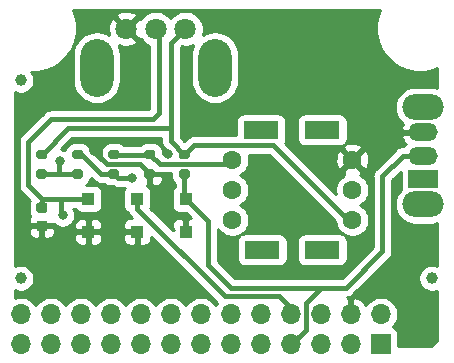
<source format=gbr>
G04 #@! TF.GenerationSoftware,KiCad,Pcbnew,(5.1.9)-1*
G04 #@! TF.CreationDate,2021-03-08T16:55:06+09:00*
G04 #@! TF.ProjectId,chassis,63686173-7369-4732-9e6b-696361645f70,rev?*
G04 #@! TF.SameCoordinates,Original*
G04 #@! TF.FileFunction,Copper,L1,Top*
G04 #@! TF.FilePolarity,Positive*
%FSLAX46Y46*%
G04 Gerber Fmt 4.6, Leading zero omitted, Abs format (unit mm)*
G04 Created by KiCad (PCBNEW (5.1.9)-1) date 2021-03-08 16:55:06*
%MOMM*%
%LPD*%
G01*
G04 APERTURE LIST*
G04 #@! TA.AperFunction,ComponentPad*
%ADD10O,2.800000X4.900000*%
G04 #@! TD*
G04 #@! TA.AperFunction,ComponentPad*
%ADD11C,1.800000*%
G04 #@! TD*
G04 #@! TA.AperFunction,SMDPad,CuDef*
%ADD12C,1.000000*%
G04 #@! TD*
G04 #@! TA.AperFunction,ComponentPad*
%ADD13R,3.000000X1.500000*%
G04 #@! TD*
G04 #@! TA.AperFunction,ComponentPad*
%ADD14C,1.600000*%
G04 #@! TD*
G04 #@! TA.AperFunction,SMDPad,CuDef*
%ADD15R,1.100000X1.100000*%
G04 #@! TD*
G04 #@! TA.AperFunction,ComponentPad*
%ADD16O,1.700000X1.700000*%
G04 #@! TD*
G04 #@! TA.AperFunction,ComponentPad*
%ADD17R,1.700000X1.700000*%
G04 #@! TD*
G04 #@! TA.AperFunction,ComponentPad*
%ADD18R,2.500000X1.500000*%
G04 #@! TD*
G04 #@! TA.AperFunction,ComponentPad*
%ADD19O,2.500000X1.500000*%
G04 #@! TD*
G04 #@! TA.AperFunction,ComponentPad*
%ADD20O,3.500000X2.200000*%
G04 #@! TD*
G04 #@! TA.AperFunction,ViaPad*
%ADD21C,0.800000*%
G04 #@! TD*
G04 #@! TA.AperFunction,Conductor*
%ADD22C,0.400000*%
G04 #@! TD*
G04 #@! TA.AperFunction,Conductor*
%ADD23C,0.254000*%
G04 #@! TD*
G04 #@! TA.AperFunction,Conductor*
%ADD24C,0.100000*%
G04 #@! TD*
G04 APERTURE END LIST*
D10*
X40974000Y-40082000D03*
X50974000Y-40082000D03*
D11*
X43474000Y-36782000D03*
X45974000Y-36782000D03*
X48474000Y-36782000D03*
D12*
X34544000Y-57912000D03*
X69342000Y-57912000D03*
X34544000Y-41148000D03*
D13*
X60071000Y-45339000D03*
X54881000Y-45339000D03*
X54991000Y-55499000D03*
X60071000Y-55499000D03*
D14*
X62611000Y-52959000D03*
X62611000Y-50419000D03*
X62611000Y-47879000D03*
X52451000Y-47879000D03*
X52451000Y-52959000D03*
X52451000Y-50419000D03*
D15*
X48514000Y-53978000D03*
X48514000Y-51178000D03*
X44386500Y-53978000D03*
X44386500Y-51178000D03*
X40259000Y-53978000D03*
X40259000Y-51178000D03*
G04 #@! TA.AperFunction,SMDPad,CuDef*
G36*
G01*
X36072000Y-53030000D02*
X36572000Y-53030000D01*
G75*
G02*
X36797000Y-53255000I0J-225000D01*
G01*
X36797000Y-53705000D01*
G75*
G02*
X36572000Y-53930000I-225000J0D01*
G01*
X36072000Y-53930000D01*
G75*
G02*
X35847000Y-53705000I0J225000D01*
G01*
X35847000Y-53255000D01*
G75*
G02*
X36072000Y-53030000I225000J0D01*
G01*
G37*
G04 #@! TD.AperFunction*
G04 #@! TA.AperFunction,SMDPad,CuDef*
G36*
G01*
X36072000Y-51480000D02*
X36572000Y-51480000D01*
G75*
G02*
X36797000Y-51705000I0J-225000D01*
G01*
X36797000Y-52155000D01*
G75*
G02*
X36572000Y-52380000I-225000J0D01*
G01*
X36072000Y-52380000D01*
G75*
G02*
X35847000Y-52155000I0J225000D01*
G01*
X35847000Y-51705000D01*
G75*
G02*
X36072000Y-51480000I225000J0D01*
G01*
G37*
G04 #@! TD.AperFunction*
G04 #@! TA.AperFunction,SMDPad,CuDef*
G36*
G01*
X48662000Y-47835000D02*
X48112000Y-47835000D01*
G75*
G02*
X47912000Y-47635000I0J200000D01*
G01*
X47912000Y-47235000D01*
G75*
G02*
X48112000Y-47035000I200000J0D01*
G01*
X48662000Y-47035000D01*
G75*
G02*
X48862000Y-47235000I0J-200000D01*
G01*
X48862000Y-47635000D01*
G75*
G02*
X48662000Y-47835000I-200000J0D01*
G01*
G37*
G04 #@! TD.AperFunction*
G04 #@! TA.AperFunction,SMDPad,CuDef*
G36*
G01*
X48662000Y-49485000D02*
X48112000Y-49485000D01*
G75*
G02*
X47912000Y-49285000I0J200000D01*
G01*
X47912000Y-48885000D01*
G75*
G02*
X48112000Y-48685000I200000J0D01*
G01*
X48662000Y-48685000D01*
G75*
G02*
X48862000Y-48885000I0J-200000D01*
G01*
X48862000Y-49285000D01*
G75*
G02*
X48662000Y-49485000I-200000J0D01*
G01*
G37*
G04 #@! TD.AperFunction*
G04 #@! TA.AperFunction,SMDPad,CuDef*
G36*
G01*
X45191000Y-48685000D02*
X45741000Y-48685000D01*
G75*
G02*
X45941000Y-48885000I0J-200000D01*
G01*
X45941000Y-49285000D01*
G75*
G02*
X45741000Y-49485000I-200000J0D01*
G01*
X45191000Y-49485000D01*
G75*
G02*
X44991000Y-49285000I0J200000D01*
G01*
X44991000Y-48885000D01*
G75*
G02*
X45191000Y-48685000I200000J0D01*
G01*
G37*
G04 #@! TD.AperFunction*
G04 #@! TA.AperFunction,SMDPad,CuDef*
G36*
G01*
X45191000Y-47035000D02*
X45741000Y-47035000D01*
G75*
G02*
X45941000Y-47235000I0J-200000D01*
G01*
X45941000Y-47635000D01*
G75*
G02*
X45741000Y-47835000I-200000J0D01*
G01*
X45191000Y-47835000D01*
G75*
G02*
X44991000Y-47635000I0J200000D01*
G01*
X44991000Y-47235000D01*
G75*
G02*
X45191000Y-47035000I200000J0D01*
G01*
G37*
G04 #@! TD.AperFunction*
G04 #@! TA.AperFunction,SMDPad,CuDef*
G36*
G01*
X42693000Y-47835000D02*
X42143000Y-47835000D01*
G75*
G02*
X41943000Y-47635000I0J200000D01*
G01*
X41943000Y-47235000D01*
G75*
G02*
X42143000Y-47035000I200000J0D01*
G01*
X42693000Y-47035000D01*
G75*
G02*
X42893000Y-47235000I0J-200000D01*
G01*
X42893000Y-47635000D01*
G75*
G02*
X42693000Y-47835000I-200000J0D01*
G01*
G37*
G04 #@! TD.AperFunction*
G04 #@! TA.AperFunction,SMDPad,CuDef*
G36*
G01*
X42693000Y-49485000D02*
X42143000Y-49485000D01*
G75*
G02*
X41943000Y-49285000I0J200000D01*
G01*
X41943000Y-48885000D01*
G75*
G02*
X42143000Y-48685000I200000J0D01*
G01*
X42693000Y-48685000D01*
G75*
G02*
X42893000Y-48885000I0J-200000D01*
G01*
X42893000Y-49285000D01*
G75*
G02*
X42693000Y-49485000I-200000J0D01*
G01*
G37*
G04 #@! TD.AperFunction*
G04 #@! TA.AperFunction,SMDPad,CuDef*
G36*
G01*
X39645000Y-47835000D02*
X39095000Y-47835000D01*
G75*
G02*
X38895000Y-47635000I0J200000D01*
G01*
X38895000Y-47235000D01*
G75*
G02*
X39095000Y-47035000I200000J0D01*
G01*
X39645000Y-47035000D01*
G75*
G02*
X39845000Y-47235000I0J-200000D01*
G01*
X39845000Y-47635000D01*
G75*
G02*
X39645000Y-47835000I-200000J0D01*
G01*
G37*
G04 #@! TD.AperFunction*
G04 #@! TA.AperFunction,SMDPad,CuDef*
G36*
G01*
X39645000Y-49485000D02*
X39095000Y-49485000D01*
G75*
G02*
X38895000Y-49285000I0J200000D01*
G01*
X38895000Y-48885000D01*
G75*
G02*
X39095000Y-48685000I200000J0D01*
G01*
X39645000Y-48685000D01*
G75*
G02*
X39845000Y-48885000I0J-200000D01*
G01*
X39845000Y-49285000D01*
G75*
G02*
X39645000Y-49485000I-200000J0D01*
G01*
G37*
G04 #@! TD.AperFunction*
G04 #@! TA.AperFunction,SMDPad,CuDef*
G36*
G01*
X36047000Y-48685000D02*
X36597000Y-48685000D01*
G75*
G02*
X36797000Y-48885000I0J-200000D01*
G01*
X36797000Y-49285000D01*
G75*
G02*
X36597000Y-49485000I-200000J0D01*
G01*
X36047000Y-49485000D01*
G75*
G02*
X35847000Y-49285000I0J200000D01*
G01*
X35847000Y-48885000D01*
G75*
G02*
X36047000Y-48685000I200000J0D01*
G01*
G37*
G04 #@! TD.AperFunction*
G04 #@! TA.AperFunction,SMDPad,CuDef*
G36*
G01*
X36047000Y-47035000D02*
X36597000Y-47035000D01*
G75*
G02*
X36797000Y-47235000I0J-200000D01*
G01*
X36797000Y-47635000D01*
G75*
G02*
X36597000Y-47835000I-200000J0D01*
G01*
X36047000Y-47835000D01*
G75*
G02*
X35847000Y-47635000I0J200000D01*
G01*
X35847000Y-47235000D01*
G75*
G02*
X36047000Y-47035000I200000J0D01*
G01*
G37*
G04 #@! TD.AperFunction*
D16*
X34544000Y-60960000D03*
X34544000Y-63500000D03*
X37084000Y-60960000D03*
X37084000Y-63500000D03*
X39624000Y-60960000D03*
X39624000Y-63500000D03*
X42164000Y-60960000D03*
X42164000Y-63500000D03*
X44704000Y-60960000D03*
X44704000Y-63500000D03*
X47244000Y-60960000D03*
X47244000Y-63500000D03*
X49784000Y-60960000D03*
X49784000Y-63500000D03*
X52324000Y-60960000D03*
X52324000Y-63500000D03*
X54864000Y-60960000D03*
X54864000Y-63500000D03*
X57404000Y-60960000D03*
X57404000Y-63500000D03*
X59944000Y-60960000D03*
X59944000Y-63500000D03*
X62484000Y-60960000D03*
X62484000Y-63500000D03*
X65024000Y-60960000D03*
D17*
X65024000Y-63500000D03*
D18*
X68580000Y-49530000D03*
D19*
X68580000Y-47530000D03*
X68580000Y-45530000D03*
D20*
X68580000Y-51630000D03*
X68580000Y-43430000D03*
D21*
X40767000Y-47107544D03*
X46609000Y-52578000D03*
X42545000Y-52578000D03*
X46990000Y-47371000D03*
X35052000Y-43561000D03*
X56261000Y-50927000D03*
X68580000Y-60960000D03*
X61468000Y-39624000D03*
X35052000Y-56388000D03*
X38100000Y-52578000D03*
X37846000Y-48006000D03*
X43942000Y-49403000D03*
D22*
X40767000Y-47231300D02*
X40767000Y-47107544D01*
X41795700Y-48260000D02*
X40767000Y-47231300D01*
X44641000Y-48260000D02*
X41795700Y-48260000D01*
X45466000Y-49085000D02*
X44641000Y-48260000D01*
X47180000Y-49085000D02*
X47193200Y-49098200D01*
X45466000Y-49085000D02*
X47180000Y-49085000D01*
X47244000Y-46292000D02*
X48387000Y-47435000D01*
X47244000Y-45720000D02*
X47244000Y-46292000D01*
X38545000Y-45212000D02*
X46990000Y-45212000D01*
X36322000Y-47435000D02*
X38545000Y-45212000D01*
X46990000Y-45212000D02*
X47244000Y-45212000D01*
X47244000Y-45212000D02*
X47244000Y-45720000D01*
X55880000Y-46609000D02*
X62611000Y-53340000D01*
X49213000Y-46609000D02*
X55880000Y-46609000D01*
X48387000Y-47435000D02*
X49213000Y-46609000D01*
X47244000Y-38012000D02*
X47244000Y-38608000D01*
X48474000Y-36782000D02*
X47244000Y-38012000D01*
X47244000Y-38608000D02*
X47244000Y-45212000D01*
X48387000Y-51051000D02*
X48514000Y-51178000D01*
X48387000Y-49085000D02*
X48387000Y-51051000D01*
X65151000Y-49276000D02*
X65151000Y-55626000D01*
X66897000Y-47530000D02*
X65151000Y-49276000D01*
X68580000Y-47530000D02*
X66897000Y-47530000D01*
X62075501Y-58701499D02*
X65151000Y-55626000D01*
X60352499Y-58701499D02*
X62075501Y-58701499D01*
X58654001Y-62249999D02*
X57404000Y-63500000D01*
X58654001Y-59963999D02*
X58654001Y-62249999D01*
X59916501Y-58701499D02*
X58654001Y-59963999D01*
X60352499Y-58701499D02*
X59916501Y-58701499D01*
X50419000Y-56769000D02*
X50419000Y-53083000D01*
X52351499Y-58701499D02*
X50419000Y-56769000D01*
X50419000Y-53083000D02*
X48514000Y-51178000D01*
X60352499Y-58701499D02*
X52351499Y-58701499D01*
X36322000Y-51178000D02*
X36322000Y-51930000D01*
X40386000Y-51178000D02*
X36322000Y-51178000D01*
X37976000Y-52454000D02*
X38100000Y-52578000D01*
X37976000Y-51178000D02*
X37976000Y-52454000D01*
X40386000Y-51178000D02*
X37976000Y-51178000D01*
X45720000Y-44450000D02*
X46228000Y-43942000D01*
X37084000Y-44450000D02*
X45720000Y-44450000D01*
X35179000Y-50038000D02*
X35179000Y-46355000D01*
X36319000Y-51178000D02*
X35179000Y-50038000D01*
X46228000Y-37290000D02*
X45974000Y-37036000D01*
X35179000Y-46355000D02*
X37084000Y-44450000D01*
X37976000Y-51178000D02*
X36319000Y-51178000D01*
X46228000Y-37036000D02*
X45974000Y-36782000D01*
X46228000Y-38354000D02*
X46228000Y-37036000D01*
X46228000Y-43942000D02*
X46228000Y-38354000D01*
X46228000Y-38354000D02*
X46228000Y-37290000D01*
X57404000Y-60452000D02*
X57404000Y-60960000D01*
X56388000Y-59436000D02*
X57404000Y-60452000D01*
X51787000Y-59436000D02*
X56388000Y-59436000D01*
X44386500Y-52035500D02*
X51787000Y-59436000D01*
X44386500Y-51178000D02*
X44386500Y-52035500D01*
X37782000Y-48070000D02*
X37846000Y-48006000D01*
X37782000Y-49085000D02*
X37782000Y-48070000D01*
X36322000Y-49085000D02*
X37782000Y-49085000D01*
X37782000Y-49085000D02*
X39370000Y-49085000D01*
X42736000Y-49403000D02*
X42418000Y-49085000D01*
X43942000Y-49403000D02*
X42736000Y-49403000D01*
X41338000Y-49085000D02*
X42418000Y-49085000D01*
X39688000Y-47435000D02*
X41338000Y-49085000D01*
X39370000Y-47435000D02*
X39688000Y-47435000D01*
X42418000Y-47435000D02*
X45466000Y-47435000D01*
X46291000Y-48260000D02*
X45466000Y-47435000D01*
X52451000Y-48260000D02*
X46291000Y-48260000D01*
D23*
X66691928Y-50280000D02*
X66703008Y-50392496D01*
X66697234Y-50397234D01*
X66480421Y-50661422D01*
X66319314Y-50962832D01*
X66220105Y-51289881D01*
X66186606Y-51630000D01*
X66220105Y-51970119D01*
X66319314Y-52297168D01*
X66480421Y-52598578D01*
X66697234Y-52862766D01*
X66961422Y-53079579D01*
X67262832Y-53240686D01*
X67589881Y-53339895D01*
X67844775Y-53365000D01*
X69315225Y-53365000D01*
X69570119Y-53339895D01*
X69815001Y-53265611D01*
X69815001Y-56879408D01*
X69673067Y-56820617D01*
X69453788Y-56777000D01*
X69230212Y-56777000D01*
X69010933Y-56820617D01*
X68804376Y-56906176D01*
X68618480Y-57030388D01*
X68460388Y-57188480D01*
X68336176Y-57374376D01*
X68250617Y-57580933D01*
X68207000Y-57800212D01*
X68207000Y-58023788D01*
X68250617Y-58243067D01*
X68336176Y-58449624D01*
X68460388Y-58635520D01*
X68618480Y-58793612D01*
X68804376Y-58917824D01*
X69010933Y-59003383D01*
X69230212Y-59047000D01*
X69453788Y-59047000D01*
X69673067Y-59003383D01*
X69815001Y-58944592D01*
X69815001Y-62700022D01*
X69790073Y-62954259D01*
X69739464Y-63121883D01*
X69657263Y-63276481D01*
X69546599Y-63412169D01*
X69411686Y-63523778D01*
X69257664Y-63607058D01*
X69090397Y-63658835D01*
X68841458Y-63685000D01*
X66512072Y-63685000D01*
X66512072Y-62650000D01*
X66499812Y-62525518D01*
X66463502Y-62405820D01*
X66404537Y-62295506D01*
X66325185Y-62198815D01*
X66228494Y-62119463D01*
X66118180Y-62060498D01*
X66045620Y-62038487D01*
X66177475Y-61906632D01*
X66339990Y-61663411D01*
X66451932Y-61393158D01*
X66509000Y-61106260D01*
X66509000Y-60813740D01*
X66451932Y-60526842D01*
X66339990Y-60256589D01*
X66177475Y-60013368D01*
X65970632Y-59806525D01*
X65727411Y-59644010D01*
X65457158Y-59532068D01*
X65170260Y-59475000D01*
X64877740Y-59475000D01*
X64590842Y-59532068D01*
X64320589Y-59644010D01*
X64077368Y-59806525D01*
X63870525Y-60013368D01*
X63748805Y-60195534D01*
X63679178Y-60078645D01*
X63484269Y-59862412D01*
X63250920Y-59688359D01*
X62988099Y-59563175D01*
X62840890Y-59518524D01*
X62611000Y-59639845D01*
X62611000Y-60833000D01*
X62631000Y-60833000D01*
X62631000Y-61087000D01*
X62611000Y-61087000D01*
X62611000Y-61107000D01*
X62357000Y-61107000D01*
X62357000Y-61087000D01*
X62337000Y-61087000D01*
X62337000Y-60833000D01*
X62357000Y-60833000D01*
X62357000Y-59639845D01*
X62154148Y-59532793D01*
X62239190Y-59524417D01*
X62396588Y-59476671D01*
X62541647Y-59399135D01*
X62668792Y-59294790D01*
X62694947Y-59262920D01*
X65712427Y-56245441D01*
X65744291Y-56219291D01*
X65848636Y-56092146D01*
X65926172Y-55947087D01*
X65973918Y-55789689D01*
X65986000Y-55667019D01*
X65986000Y-55667009D01*
X65990039Y-55626001D01*
X65986000Y-55584993D01*
X65986000Y-49621867D01*
X66691928Y-48915940D01*
X66691928Y-50280000D01*
G04 #@! TA.AperFunction,Conductor*
D24*
G36*
X66691928Y-50280000D02*
G01*
X66703008Y-50392496D01*
X66697234Y-50397234D01*
X66480421Y-50661422D01*
X66319314Y-50962832D01*
X66220105Y-51289881D01*
X66186606Y-51630000D01*
X66220105Y-51970119D01*
X66319314Y-52297168D01*
X66480421Y-52598578D01*
X66697234Y-52862766D01*
X66961422Y-53079579D01*
X67262832Y-53240686D01*
X67589881Y-53339895D01*
X67844775Y-53365000D01*
X69315225Y-53365000D01*
X69570119Y-53339895D01*
X69815001Y-53265611D01*
X69815001Y-56879408D01*
X69673067Y-56820617D01*
X69453788Y-56777000D01*
X69230212Y-56777000D01*
X69010933Y-56820617D01*
X68804376Y-56906176D01*
X68618480Y-57030388D01*
X68460388Y-57188480D01*
X68336176Y-57374376D01*
X68250617Y-57580933D01*
X68207000Y-57800212D01*
X68207000Y-58023788D01*
X68250617Y-58243067D01*
X68336176Y-58449624D01*
X68460388Y-58635520D01*
X68618480Y-58793612D01*
X68804376Y-58917824D01*
X69010933Y-59003383D01*
X69230212Y-59047000D01*
X69453788Y-59047000D01*
X69673067Y-59003383D01*
X69815001Y-58944592D01*
X69815001Y-62700022D01*
X69790073Y-62954259D01*
X69739464Y-63121883D01*
X69657263Y-63276481D01*
X69546599Y-63412169D01*
X69411686Y-63523778D01*
X69257664Y-63607058D01*
X69090397Y-63658835D01*
X68841458Y-63685000D01*
X66512072Y-63685000D01*
X66512072Y-62650000D01*
X66499812Y-62525518D01*
X66463502Y-62405820D01*
X66404537Y-62295506D01*
X66325185Y-62198815D01*
X66228494Y-62119463D01*
X66118180Y-62060498D01*
X66045620Y-62038487D01*
X66177475Y-61906632D01*
X66339990Y-61663411D01*
X66451932Y-61393158D01*
X66509000Y-61106260D01*
X66509000Y-60813740D01*
X66451932Y-60526842D01*
X66339990Y-60256589D01*
X66177475Y-60013368D01*
X65970632Y-59806525D01*
X65727411Y-59644010D01*
X65457158Y-59532068D01*
X65170260Y-59475000D01*
X64877740Y-59475000D01*
X64590842Y-59532068D01*
X64320589Y-59644010D01*
X64077368Y-59806525D01*
X63870525Y-60013368D01*
X63748805Y-60195534D01*
X63679178Y-60078645D01*
X63484269Y-59862412D01*
X63250920Y-59688359D01*
X62988099Y-59563175D01*
X62840890Y-59518524D01*
X62611000Y-59639845D01*
X62611000Y-60833000D01*
X62631000Y-60833000D01*
X62631000Y-61087000D01*
X62611000Y-61087000D01*
X62611000Y-61107000D01*
X62357000Y-61107000D01*
X62357000Y-61087000D01*
X62337000Y-61087000D01*
X62337000Y-60833000D01*
X62357000Y-60833000D01*
X62357000Y-59639845D01*
X62154148Y-59532793D01*
X62239190Y-59524417D01*
X62396588Y-59476671D01*
X62541647Y-59399135D01*
X62668792Y-59294790D01*
X62694947Y-59262920D01*
X65712427Y-56245441D01*
X65744291Y-56219291D01*
X65848636Y-56092146D01*
X65926172Y-55947087D01*
X65973918Y-55789689D01*
X65986000Y-55667019D01*
X65986000Y-55667009D01*
X65990039Y-55626001D01*
X65986000Y-55584993D01*
X65986000Y-49621867D01*
X66691928Y-48915940D01*
X66691928Y-50280000D01*
G37*
G04 #@! TD.AperFunction*
D23*
X64742227Y-35615874D02*
X64599000Y-36335923D01*
X64599000Y-37070077D01*
X64742227Y-37790126D01*
X65023176Y-38468396D01*
X65431050Y-39078824D01*
X65950176Y-39597950D01*
X66560604Y-40005824D01*
X67238874Y-40286773D01*
X67958923Y-40430000D01*
X68693077Y-40430000D01*
X69413126Y-40286773D01*
X69815000Y-40120311D01*
X69815000Y-41794389D01*
X69570119Y-41720105D01*
X69315225Y-41695000D01*
X67844775Y-41695000D01*
X67589881Y-41720105D01*
X67262832Y-41819314D01*
X66961422Y-41980421D01*
X66697234Y-42197234D01*
X66480421Y-42461422D01*
X66319314Y-42762832D01*
X66220105Y-43089881D01*
X66186606Y-43430000D01*
X66220105Y-43770119D01*
X66319314Y-44097168D01*
X66480421Y-44398578D01*
X66697234Y-44662766D01*
X66889023Y-44820163D01*
X66857858Y-44866132D01*
X66751827Y-45117316D01*
X66737682Y-45188815D01*
X66860344Y-45403000D01*
X68453000Y-45403000D01*
X68453000Y-45383000D01*
X68707000Y-45383000D01*
X68707000Y-45403000D01*
X68727000Y-45403000D01*
X68727000Y-45657000D01*
X68707000Y-45657000D01*
X68707000Y-45677000D01*
X68453000Y-45677000D01*
X68453000Y-45657000D01*
X66860344Y-45657000D01*
X66737682Y-45871185D01*
X66751827Y-45942684D01*
X66857858Y-46193868D01*
X67010855Y-46419540D01*
X67119409Y-46526642D01*
X67095919Y-46545919D01*
X66973571Y-46695000D01*
X66938018Y-46695000D01*
X66897000Y-46690960D01*
X66855981Y-46695000D01*
X66733311Y-46707082D01*
X66575913Y-46754828D01*
X66430854Y-46832364D01*
X66303709Y-46936709D01*
X66277563Y-46968568D01*
X64589579Y-48656554D01*
X64557709Y-48682709D01*
X64466574Y-48793759D01*
X64453364Y-48809855D01*
X64375828Y-48954914D01*
X64328082Y-49112312D01*
X64311960Y-49276000D01*
X64316000Y-49317019D01*
X64316001Y-55280131D01*
X61729634Y-57866499D01*
X59957519Y-57866499D01*
X59916501Y-57862459D01*
X59875483Y-57866499D01*
X52697367Y-57866499D01*
X51254000Y-56423133D01*
X51254000Y-53750494D01*
X51336363Y-53873759D01*
X51536241Y-54073637D01*
X51771273Y-54230680D01*
X52032426Y-54338853D01*
X52309665Y-54394000D01*
X52592335Y-54394000D01*
X52869574Y-54338853D01*
X53112338Y-54238297D01*
X53039815Y-54297815D01*
X52960463Y-54394506D01*
X52901498Y-54504820D01*
X52865188Y-54624518D01*
X52852928Y-54749000D01*
X52852928Y-56249000D01*
X52865188Y-56373482D01*
X52901498Y-56493180D01*
X52960463Y-56603494D01*
X53039815Y-56700185D01*
X53136506Y-56779537D01*
X53246820Y-56838502D01*
X53366518Y-56874812D01*
X53491000Y-56887072D01*
X56491000Y-56887072D01*
X56615482Y-56874812D01*
X56735180Y-56838502D01*
X56845494Y-56779537D01*
X56942185Y-56700185D01*
X57021537Y-56603494D01*
X57080502Y-56493180D01*
X57116812Y-56373482D01*
X57129072Y-56249000D01*
X57129072Y-54749000D01*
X57116812Y-54624518D01*
X57080502Y-54504820D01*
X57021537Y-54394506D01*
X56942185Y-54297815D01*
X56845494Y-54218463D01*
X56735180Y-54159498D01*
X56615482Y-54123188D01*
X56491000Y-54110928D01*
X53491000Y-54110928D01*
X53366518Y-54123188D01*
X53246820Y-54159498D01*
X53199021Y-54185047D01*
X53365759Y-54073637D01*
X53565637Y-53873759D01*
X53722680Y-53638727D01*
X53830853Y-53377574D01*
X53886000Y-53100335D01*
X53886000Y-52817665D01*
X53830853Y-52540426D01*
X53722680Y-52279273D01*
X53565637Y-52044241D01*
X53365759Y-51844363D01*
X53133241Y-51689000D01*
X53365759Y-51533637D01*
X53565637Y-51333759D01*
X53722680Y-51098727D01*
X53830853Y-50837574D01*
X53886000Y-50560335D01*
X53886000Y-50277665D01*
X53830853Y-50000426D01*
X53722680Y-49739273D01*
X53565637Y-49504241D01*
X53365759Y-49304363D01*
X53133241Y-49149000D01*
X53365759Y-48993637D01*
X53565637Y-48793759D01*
X53722680Y-48558727D01*
X53830853Y-48297574D01*
X53886000Y-48020335D01*
X53886000Y-47737665D01*
X53830853Y-47460426D01*
X53824049Y-47444000D01*
X55534133Y-47444000D01*
X61176000Y-53085868D01*
X61176000Y-53100335D01*
X61231147Y-53377574D01*
X61339320Y-53638727D01*
X61496363Y-53873759D01*
X61696241Y-54073637D01*
X61862979Y-54185047D01*
X61815180Y-54159498D01*
X61695482Y-54123188D01*
X61571000Y-54110928D01*
X58571000Y-54110928D01*
X58446518Y-54123188D01*
X58326820Y-54159498D01*
X58216506Y-54218463D01*
X58119815Y-54297815D01*
X58040463Y-54394506D01*
X57981498Y-54504820D01*
X57945188Y-54624518D01*
X57932928Y-54749000D01*
X57932928Y-56249000D01*
X57945188Y-56373482D01*
X57981498Y-56493180D01*
X58040463Y-56603494D01*
X58119815Y-56700185D01*
X58216506Y-56779537D01*
X58326820Y-56838502D01*
X58446518Y-56874812D01*
X58571000Y-56887072D01*
X61571000Y-56887072D01*
X61695482Y-56874812D01*
X61815180Y-56838502D01*
X61925494Y-56779537D01*
X62022185Y-56700185D01*
X62101537Y-56603494D01*
X62160502Y-56493180D01*
X62196812Y-56373482D01*
X62209072Y-56249000D01*
X62209072Y-54749000D01*
X62196812Y-54624518D01*
X62160502Y-54504820D01*
X62101537Y-54394506D01*
X62022185Y-54297815D01*
X61949662Y-54238297D01*
X62192426Y-54338853D01*
X62469665Y-54394000D01*
X62752335Y-54394000D01*
X63029574Y-54338853D01*
X63290727Y-54230680D01*
X63525759Y-54073637D01*
X63725637Y-53873759D01*
X63882680Y-53638727D01*
X63990853Y-53377574D01*
X64046000Y-53100335D01*
X64046000Y-52817665D01*
X63990853Y-52540426D01*
X63882680Y-52279273D01*
X63725637Y-52044241D01*
X63525759Y-51844363D01*
X63293241Y-51689000D01*
X63525759Y-51533637D01*
X63725637Y-51333759D01*
X63882680Y-51098727D01*
X63990853Y-50837574D01*
X64046000Y-50560335D01*
X64046000Y-50277665D01*
X63990853Y-50000426D01*
X63882680Y-49739273D01*
X63725637Y-49504241D01*
X63525759Y-49304363D01*
X63291872Y-49148085D01*
X63352514Y-49115671D01*
X63424097Y-48871702D01*
X62611000Y-48058605D01*
X61797903Y-48871702D01*
X61869486Y-49115671D01*
X61933992Y-49146194D01*
X61931273Y-49147320D01*
X61696241Y-49304363D01*
X61496363Y-49504241D01*
X61339320Y-49739273D01*
X61231147Y-50000426D01*
X61176000Y-50277665D01*
X61176000Y-50560335D01*
X61216672Y-50764804D01*
X58401380Y-47949512D01*
X61170783Y-47949512D01*
X61212213Y-48229130D01*
X61307397Y-48495292D01*
X61374329Y-48620514D01*
X61618298Y-48692097D01*
X62431395Y-47879000D01*
X62790605Y-47879000D01*
X63603702Y-48692097D01*
X63847671Y-48620514D01*
X63968571Y-48365004D01*
X64037300Y-48090816D01*
X64051217Y-47808488D01*
X64009787Y-47528870D01*
X63914603Y-47262708D01*
X63847671Y-47137486D01*
X63603702Y-47065903D01*
X62790605Y-47879000D01*
X62431395Y-47879000D01*
X61618298Y-47065903D01*
X61374329Y-47137486D01*
X61253429Y-47392996D01*
X61184700Y-47667184D01*
X61170783Y-47949512D01*
X58401380Y-47949512D01*
X56904246Y-46452379D01*
X56911537Y-46443494D01*
X56970502Y-46333180D01*
X57006812Y-46213482D01*
X57019072Y-46089000D01*
X57019072Y-44589000D01*
X57932928Y-44589000D01*
X57932928Y-46089000D01*
X57945188Y-46213482D01*
X57981498Y-46333180D01*
X58040463Y-46443494D01*
X58119815Y-46540185D01*
X58216506Y-46619537D01*
X58326820Y-46678502D01*
X58446518Y-46714812D01*
X58571000Y-46727072D01*
X61571000Y-46727072D01*
X61695482Y-46714812D01*
X61815180Y-46678502D01*
X61867000Y-46650803D01*
X61797903Y-46886298D01*
X62611000Y-47699395D01*
X63424097Y-46886298D01*
X63352514Y-46642329D01*
X63097004Y-46521429D01*
X62822816Y-46452700D01*
X62540488Y-46438783D01*
X62260870Y-46480213D01*
X61994708Y-46575397D01*
X61950461Y-46599048D01*
X62022185Y-46540185D01*
X62101537Y-46443494D01*
X62160502Y-46333180D01*
X62196812Y-46213482D01*
X62209072Y-46089000D01*
X62209072Y-44589000D01*
X62196812Y-44464518D01*
X62160502Y-44344820D01*
X62101537Y-44234506D01*
X62022185Y-44137815D01*
X61925494Y-44058463D01*
X61815180Y-43999498D01*
X61695482Y-43963188D01*
X61571000Y-43950928D01*
X58571000Y-43950928D01*
X58446518Y-43963188D01*
X58326820Y-43999498D01*
X58216506Y-44058463D01*
X58119815Y-44137815D01*
X58040463Y-44234506D01*
X57981498Y-44344820D01*
X57945188Y-44464518D01*
X57932928Y-44589000D01*
X57019072Y-44589000D01*
X57006812Y-44464518D01*
X56970502Y-44344820D01*
X56911537Y-44234506D01*
X56832185Y-44137815D01*
X56735494Y-44058463D01*
X56625180Y-43999498D01*
X56505482Y-43963188D01*
X56381000Y-43950928D01*
X53381000Y-43950928D01*
X53256518Y-43963188D01*
X53136820Y-43999498D01*
X53026506Y-44058463D01*
X52929815Y-44137815D01*
X52850463Y-44234506D01*
X52791498Y-44344820D01*
X52755188Y-44464518D01*
X52742928Y-44589000D01*
X52742928Y-45774000D01*
X49254007Y-45774000D01*
X49212999Y-45769961D01*
X49171991Y-45774000D01*
X49171981Y-45774000D01*
X49049311Y-45786082D01*
X48891913Y-45833828D01*
X48746854Y-45911364D01*
X48619709Y-46015709D01*
X48593558Y-46047574D01*
X48387000Y-46254132D01*
X48079000Y-45946133D01*
X48079000Y-45253019D01*
X48083040Y-45212000D01*
X48079000Y-45170981D01*
X48079000Y-38357867D01*
X48153539Y-38283329D01*
X48322816Y-38317000D01*
X48625184Y-38317000D01*
X48921743Y-38258011D01*
X49125316Y-38173688D01*
X49084809Y-38249472D01*
X48968445Y-38633071D01*
X48939000Y-38932032D01*
X48939001Y-41231969D01*
X48968446Y-41530930D01*
X49084810Y-41914529D01*
X49273774Y-42268056D01*
X49528077Y-42577924D01*
X49837945Y-42832227D01*
X50191472Y-43021191D01*
X50575071Y-43137555D01*
X50974000Y-43176846D01*
X51372930Y-43137555D01*
X51756529Y-43021191D01*
X52110056Y-42832227D01*
X52419924Y-42577924D01*
X52674227Y-42268056D01*
X52863191Y-41914529D01*
X52979555Y-41530930D01*
X53009000Y-41231969D01*
X53009000Y-38932031D01*
X52979555Y-38633070D01*
X52863191Y-38249471D01*
X52674227Y-37895944D01*
X52419924Y-37586076D01*
X52110056Y-37331773D01*
X51756528Y-37142809D01*
X51372929Y-37026445D01*
X50974000Y-36987154D01*
X50575070Y-37026445D01*
X50191471Y-37142809D01*
X49927598Y-37283852D01*
X49950011Y-37229743D01*
X50009000Y-36933184D01*
X50009000Y-36630816D01*
X49950011Y-36334257D01*
X49834299Y-36054905D01*
X49666312Y-35803495D01*
X49452505Y-35589688D01*
X49201095Y-35421701D01*
X48921743Y-35305989D01*
X48625184Y-35247000D01*
X48322816Y-35247000D01*
X48026257Y-35305989D01*
X47746905Y-35421701D01*
X47495495Y-35589688D01*
X47281688Y-35803495D01*
X47224000Y-35889831D01*
X47166312Y-35803495D01*
X46952505Y-35589688D01*
X46701095Y-35421701D01*
X46421743Y-35305989D01*
X46125184Y-35247000D01*
X45822816Y-35247000D01*
X45526257Y-35305989D01*
X45246905Y-35421701D01*
X44995495Y-35589688D01*
X44781688Y-35803495D01*
X44686262Y-35946310D01*
X44538080Y-35897525D01*
X43653605Y-36782000D01*
X44538080Y-37666475D01*
X44686262Y-37617690D01*
X44781688Y-37760505D01*
X44995495Y-37974312D01*
X45246905Y-38142299D01*
X45393000Y-38202814D01*
X45393000Y-38395018D01*
X45393001Y-38395028D01*
X45393000Y-43596133D01*
X45374133Y-43615000D01*
X37125018Y-43615000D01*
X37084000Y-43610960D01*
X37042981Y-43615000D01*
X36920311Y-43627082D01*
X36762913Y-43674828D01*
X36617854Y-43752364D01*
X36490709Y-43856709D01*
X36464563Y-43888568D01*
X34617574Y-45735559D01*
X34585710Y-45761709D01*
X34533067Y-45825855D01*
X34481364Y-45888855D01*
X34403828Y-46033914D01*
X34356082Y-46191312D01*
X34339960Y-46355000D01*
X34344001Y-46396028D01*
X34344000Y-49996981D01*
X34339960Y-50038000D01*
X34344000Y-50079018D01*
X34356082Y-50201688D01*
X34403828Y-50359086D01*
X34481364Y-50504145D01*
X34585709Y-50631291D01*
X34617579Y-50657446D01*
X35295603Y-51335470D01*
X35274625Y-51374717D01*
X35225512Y-51536623D01*
X35208928Y-51705000D01*
X35208928Y-52155000D01*
X35225512Y-52323377D01*
X35274625Y-52485283D01*
X35352700Y-52631351D01*
X35316463Y-52675506D01*
X35257498Y-52785820D01*
X35221188Y-52905518D01*
X35208928Y-53030000D01*
X35212000Y-53194250D01*
X35370750Y-53353000D01*
X36195000Y-53353000D01*
X36195000Y-53333000D01*
X36449000Y-53333000D01*
X36449000Y-53353000D01*
X37273250Y-53353000D01*
X37342270Y-53283981D01*
X37440226Y-53381937D01*
X37609744Y-53495205D01*
X37798102Y-53573226D01*
X37998061Y-53613000D01*
X38201939Y-53613000D01*
X38401898Y-53573226D01*
X38590256Y-53495205D01*
X38690835Y-53428000D01*
X39070928Y-53428000D01*
X39074000Y-53692250D01*
X39232750Y-53851000D01*
X40132000Y-53851000D01*
X40132000Y-52951750D01*
X40386000Y-52951750D01*
X40386000Y-53851000D01*
X41285250Y-53851000D01*
X41444000Y-53692250D01*
X41447072Y-53428000D01*
X41434812Y-53303518D01*
X41398502Y-53183820D01*
X41339537Y-53073506D01*
X41260185Y-52976815D01*
X41163494Y-52897463D01*
X41053180Y-52838498D01*
X40933482Y-52802188D01*
X40809000Y-52789928D01*
X40544750Y-52793000D01*
X40386000Y-52951750D01*
X40132000Y-52951750D01*
X39973250Y-52793000D01*
X39709000Y-52789928D01*
X39584518Y-52802188D01*
X39464820Y-52838498D01*
X39354506Y-52897463D01*
X39257815Y-52976815D01*
X39178463Y-53073506D01*
X39119498Y-53183820D01*
X39083188Y-53303518D01*
X39070928Y-53428000D01*
X38690835Y-53428000D01*
X38759774Y-53381937D01*
X38903937Y-53237774D01*
X39017205Y-53068256D01*
X39095226Y-52879898D01*
X39135000Y-52679939D01*
X39135000Y-52476061D01*
X39095226Y-52276102D01*
X39017205Y-52087744D01*
X38967263Y-52013000D01*
X39141317Y-52013000D01*
X39178463Y-52082494D01*
X39257815Y-52179185D01*
X39354506Y-52258537D01*
X39464820Y-52317502D01*
X39584518Y-52353812D01*
X39709000Y-52366072D01*
X40809000Y-52366072D01*
X40933482Y-52353812D01*
X41053180Y-52317502D01*
X41163494Y-52258537D01*
X41260185Y-52179185D01*
X41339537Y-52082494D01*
X41398502Y-51972180D01*
X41434812Y-51852482D01*
X41447072Y-51728000D01*
X41447072Y-50628000D01*
X41434812Y-50503518D01*
X41398502Y-50383820D01*
X41339537Y-50273506D01*
X41260185Y-50176815D01*
X41163494Y-50097463D01*
X41053180Y-50038498D01*
X40933482Y-50002188D01*
X40809000Y-49989928D01*
X40095460Y-49989928D01*
X40110608Y-49981831D01*
X40237606Y-49877606D01*
X40341831Y-49750608D01*
X40419278Y-49605716D01*
X40466969Y-49448500D01*
X40471780Y-49399648D01*
X40718559Y-49646426D01*
X40744709Y-49678291D01*
X40871854Y-49782636D01*
X41016913Y-49860172D01*
X41174311Y-49907918D01*
X41296981Y-49920000D01*
X41296991Y-49920000D01*
X41337999Y-49924039D01*
X41379007Y-49920000D01*
X41602051Y-49920000D01*
X41677392Y-49981831D01*
X41822284Y-50059278D01*
X41979500Y-50106969D01*
X42143000Y-50123072D01*
X42311829Y-50123072D01*
X42414913Y-50178172D01*
X42572311Y-50225918D01*
X42736000Y-50242040D01*
X42777018Y-50238000D01*
X43328715Y-50238000D01*
X43332840Y-50240756D01*
X43305963Y-50273506D01*
X43246998Y-50383820D01*
X43210688Y-50503518D01*
X43198428Y-50628000D01*
X43198428Y-51728000D01*
X43210688Y-51852482D01*
X43246998Y-51972180D01*
X43305963Y-52082494D01*
X43385315Y-52179185D01*
X43482006Y-52258537D01*
X43592320Y-52317502D01*
X43600197Y-52319891D01*
X43611328Y-52356586D01*
X43687698Y-52499463D01*
X43688865Y-52501646D01*
X43793210Y-52628791D01*
X43825074Y-52654941D01*
X43961514Y-52791381D01*
X43836500Y-52789928D01*
X43712018Y-52802188D01*
X43592320Y-52838498D01*
X43482006Y-52897463D01*
X43385315Y-52976815D01*
X43305963Y-53073506D01*
X43246998Y-53183820D01*
X43210688Y-53303518D01*
X43198428Y-53428000D01*
X43201500Y-53692250D01*
X43360250Y-53851000D01*
X44259500Y-53851000D01*
X44259500Y-53831000D01*
X44513500Y-53831000D01*
X44513500Y-53851000D01*
X44533500Y-53851000D01*
X44533500Y-54105000D01*
X44513500Y-54105000D01*
X44513500Y-55004250D01*
X44672250Y-55163000D01*
X44936500Y-55166072D01*
X45060982Y-55153812D01*
X45180680Y-55117502D01*
X45290994Y-55058537D01*
X45387685Y-54979185D01*
X45467037Y-54882494D01*
X45526002Y-54772180D01*
X45562312Y-54652482D01*
X45574572Y-54528000D01*
X45573119Y-54402986D01*
X51167559Y-59997427D01*
X51176081Y-60007812D01*
X51170525Y-60013368D01*
X51054000Y-60187760D01*
X50937475Y-60013368D01*
X50730632Y-59806525D01*
X50487411Y-59644010D01*
X50217158Y-59532068D01*
X49930260Y-59475000D01*
X49637740Y-59475000D01*
X49350842Y-59532068D01*
X49080589Y-59644010D01*
X48837368Y-59806525D01*
X48630525Y-60013368D01*
X48514000Y-60187760D01*
X48397475Y-60013368D01*
X48190632Y-59806525D01*
X47947411Y-59644010D01*
X47677158Y-59532068D01*
X47390260Y-59475000D01*
X47097740Y-59475000D01*
X46810842Y-59532068D01*
X46540589Y-59644010D01*
X46297368Y-59806525D01*
X46090525Y-60013368D01*
X45974000Y-60187760D01*
X45857475Y-60013368D01*
X45650632Y-59806525D01*
X45407411Y-59644010D01*
X45137158Y-59532068D01*
X44850260Y-59475000D01*
X44557740Y-59475000D01*
X44270842Y-59532068D01*
X44000589Y-59644010D01*
X43757368Y-59806525D01*
X43550525Y-60013368D01*
X43434000Y-60187760D01*
X43317475Y-60013368D01*
X43110632Y-59806525D01*
X42867411Y-59644010D01*
X42597158Y-59532068D01*
X42310260Y-59475000D01*
X42017740Y-59475000D01*
X41730842Y-59532068D01*
X41460589Y-59644010D01*
X41217368Y-59806525D01*
X41010525Y-60013368D01*
X40894000Y-60187760D01*
X40777475Y-60013368D01*
X40570632Y-59806525D01*
X40327411Y-59644010D01*
X40057158Y-59532068D01*
X39770260Y-59475000D01*
X39477740Y-59475000D01*
X39190842Y-59532068D01*
X38920589Y-59644010D01*
X38677368Y-59806525D01*
X38470525Y-60013368D01*
X38354000Y-60187760D01*
X38237475Y-60013368D01*
X38030632Y-59806525D01*
X37787411Y-59644010D01*
X37517158Y-59532068D01*
X37230260Y-59475000D01*
X36937740Y-59475000D01*
X36650842Y-59532068D01*
X36380589Y-59644010D01*
X36137368Y-59806525D01*
X35930525Y-60013368D01*
X35814000Y-60187760D01*
X35697475Y-60013368D01*
X35490632Y-59806525D01*
X35247411Y-59644010D01*
X34977158Y-59532068D01*
X34690260Y-59475000D01*
X34397740Y-59475000D01*
X34110842Y-59532068D01*
X34020000Y-59569696D01*
X34020000Y-58923467D01*
X34212933Y-59003383D01*
X34432212Y-59047000D01*
X34655788Y-59047000D01*
X34875067Y-59003383D01*
X35081624Y-58917824D01*
X35267520Y-58793612D01*
X35425612Y-58635520D01*
X35549824Y-58449624D01*
X35635383Y-58243067D01*
X35679000Y-58023788D01*
X35679000Y-57800212D01*
X35635383Y-57580933D01*
X35549824Y-57374376D01*
X35425612Y-57188480D01*
X35267520Y-57030388D01*
X35081624Y-56906176D01*
X34875067Y-56820617D01*
X34655788Y-56777000D01*
X34432212Y-56777000D01*
X34212933Y-56820617D01*
X34020000Y-56900533D01*
X34020000Y-53930000D01*
X35208928Y-53930000D01*
X35221188Y-54054482D01*
X35257498Y-54174180D01*
X35316463Y-54284494D01*
X35395815Y-54381185D01*
X35492506Y-54460537D01*
X35602820Y-54519502D01*
X35722518Y-54555812D01*
X35847000Y-54568072D01*
X36036250Y-54565000D01*
X36195000Y-54406250D01*
X36195000Y-53607000D01*
X36449000Y-53607000D01*
X36449000Y-54406250D01*
X36607750Y-54565000D01*
X36797000Y-54568072D01*
X36921482Y-54555812D01*
X37013165Y-54528000D01*
X39070928Y-54528000D01*
X39083188Y-54652482D01*
X39119498Y-54772180D01*
X39178463Y-54882494D01*
X39257815Y-54979185D01*
X39354506Y-55058537D01*
X39464820Y-55117502D01*
X39584518Y-55153812D01*
X39709000Y-55166072D01*
X39973250Y-55163000D01*
X40132000Y-55004250D01*
X40132000Y-54105000D01*
X40386000Y-54105000D01*
X40386000Y-55004250D01*
X40544750Y-55163000D01*
X40809000Y-55166072D01*
X40933482Y-55153812D01*
X41053180Y-55117502D01*
X41163494Y-55058537D01*
X41260185Y-54979185D01*
X41339537Y-54882494D01*
X41398502Y-54772180D01*
X41434812Y-54652482D01*
X41447072Y-54528000D01*
X43198428Y-54528000D01*
X43210688Y-54652482D01*
X43246998Y-54772180D01*
X43305963Y-54882494D01*
X43385315Y-54979185D01*
X43482006Y-55058537D01*
X43592320Y-55117502D01*
X43712018Y-55153812D01*
X43836500Y-55166072D01*
X44100750Y-55163000D01*
X44259500Y-55004250D01*
X44259500Y-54105000D01*
X43360250Y-54105000D01*
X43201500Y-54263750D01*
X43198428Y-54528000D01*
X41447072Y-54528000D01*
X41444000Y-54263750D01*
X41285250Y-54105000D01*
X40386000Y-54105000D01*
X40132000Y-54105000D01*
X39232750Y-54105000D01*
X39074000Y-54263750D01*
X39070928Y-54528000D01*
X37013165Y-54528000D01*
X37041180Y-54519502D01*
X37151494Y-54460537D01*
X37248185Y-54381185D01*
X37327537Y-54284494D01*
X37386502Y-54174180D01*
X37422812Y-54054482D01*
X37435072Y-53930000D01*
X37432000Y-53765750D01*
X37273250Y-53607000D01*
X36449000Y-53607000D01*
X36195000Y-53607000D01*
X35370750Y-53607000D01*
X35212000Y-53765750D01*
X35208928Y-53930000D01*
X34020000Y-53930000D01*
X34020000Y-42159467D01*
X34212933Y-42239383D01*
X34432212Y-42283000D01*
X34655788Y-42283000D01*
X34875067Y-42239383D01*
X35081624Y-42153824D01*
X35267520Y-42029612D01*
X35425612Y-41871520D01*
X35549824Y-41685624D01*
X35635383Y-41479067D01*
X35679000Y-41259788D01*
X35679000Y-41036212D01*
X35635383Y-40816933D01*
X35549824Y-40610376D01*
X35429300Y-40430000D01*
X35927077Y-40430000D01*
X36647126Y-40286773D01*
X37325396Y-40005824D01*
X37935824Y-39597950D01*
X38454950Y-39078824D01*
X38553033Y-38932032D01*
X38939000Y-38932032D01*
X38939001Y-41231969D01*
X38968446Y-41530930D01*
X39084810Y-41914529D01*
X39273774Y-42268056D01*
X39528077Y-42577924D01*
X39837945Y-42832227D01*
X40191472Y-43021191D01*
X40575071Y-43137555D01*
X40974000Y-43176846D01*
X41372930Y-43137555D01*
X41756529Y-43021191D01*
X42110056Y-42832227D01*
X42419924Y-42577924D01*
X42674227Y-42268056D01*
X42863191Y-41914529D01*
X42979555Y-41530930D01*
X43009000Y-41231969D01*
X43009000Y-38932031D01*
X42979555Y-38633070D01*
X42863191Y-38249471D01*
X42821503Y-38171478D01*
X42945775Y-38231158D01*
X43238642Y-38306365D01*
X43540553Y-38322991D01*
X43839907Y-38280397D01*
X44125199Y-38180222D01*
X44274792Y-38100261D01*
X44358475Y-37846080D01*
X43474000Y-36961605D01*
X43459858Y-36975748D01*
X43280253Y-36796143D01*
X43294395Y-36782000D01*
X42409920Y-35897525D01*
X42155739Y-35981208D01*
X42024842Y-36253775D01*
X41949635Y-36546642D01*
X41933009Y-36848553D01*
X41975603Y-37147907D01*
X42024016Y-37285784D01*
X41756528Y-37142809D01*
X41372929Y-37026445D01*
X40974000Y-36987154D01*
X40575070Y-37026445D01*
X40191471Y-37142809D01*
X39837944Y-37331773D01*
X39528076Y-37586076D01*
X39273773Y-37895944D01*
X39084809Y-38249472D01*
X38968445Y-38633071D01*
X38939000Y-38932032D01*
X38553033Y-38932032D01*
X38862824Y-38468396D01*
X39143773Y-37790126D01*
X39287000Y-37070077D01*
X39287000Y-36335923D01*
X39164072Y-35717920D01*
X42589525Y-35717920D01*
X43474000Y-36602395D01*
X44358475Y-35717920D01*
X44274792Y-35463739D01*
X44002225Y-35332842D01*
X43709358Y-35257635D01*
X43407447Y-35241009D01*
X43108093Y-35283603D01*
X42822801Y-35383778D01*
X42673208Y-35463739D01*
X42589525Y-35717920D01*
X39164072Y-35717920D01*
X39143773Y-35615874D01*
X38977311Y-35214000D01*
X64908689Y-35214000D01*
X64742227Y-35615874D01*
G04 #@! TA.AperFunction,Conductor*
D24*
G36*
X64742227Y-35615874D02*
G01*
X64599000Y-36335923D01*
X64599000Y-37070077D01*
X64742227Y-37790126D01*
X65023176Y-38468396D01*
X65431050Y-39078824D01*
X65950176Y-39597950D01*
X66560604Y-40005824D01*
X67238874Y-40286773D01*
X67958923Y-40430000D01*
X68693077Y-40430000D01*
X69413126Y-40286773D01*
X69815000Y-40120311D01*
X69815000Y-41794389D01*
X69570119Y-41720105D01*
X69315225Y-41695000D01*
X67844775Y-41695000D01*
X67589881Y-41720105D01*
X67262832Y-41819314D01*
X66961422Y-41980421D01*
X66697234Y-42197234D01*
X66480421Y-42461422D01*
X66319314Y-42762832D01*
X66220105Y-43089881D01*
X66186606Y-43430000D01*
X66220105Y-43770119D01*
X66319314Y-44097168D01*
X66480421Y-44398578D01*
X66697234Y-44662766D01*
X66889023Y-44820163D01*
X66857858Y-44866132D01*
X66751827Y-45117316D01*
X66737682Y-45188815D01*
X66860344Y-45403000D01*
X68453000Y-45403000D01*
X68453000Y-45383000D01*
X68707000Y-45383000D01*
X68707000Y-45403000D01*
X68727000Y-45403000D01*
X68727000Y-45657000D01*
X68707000Y-45657000D01*
X68707000Y-45677000D01*
X68453000Y-45677000D01*
X68453000Y-45657000D01*
X66860344Y-45657000D01*
X66737682Y-45871185D01*
X66751827Y-45942684D01*
X66857858Y-46193868D01*
X67010855Y-46419540D01*
X67119409Y-46526642D01*
X67095919Y-46545919D01*
X66973571Y-46695000D01*
X66938018Y-46695000D01*
X66897000Y-46690960D01*
X66855981Y-46695000D01*
X66733311Y-46707082D01*
X66575913Y-46754828D01*
X66430854Y-46832364D01*
X66303709Y-46936709D01*
X66277563Y-46968568D01*
X64589579Y-48656554D01*
X64557709Y-48682709D01*
X64466574Y-48793759D01*
X64453364Y-48809855D01*
X64375828Y-48954914D01*
X64328082Y-49112312D01*
X64311960Y-49276000D01*
X64316000Y-49317019D01*
X64316001Y-55280131D01*
X61729634Y-57866499D01*
X59957519Y-57866499D01*
X59916501Y-57862459D01*
X59875483Y-57866499D01*
X52697367Y-57866499D01*
X51254000Y-56423133D01*
X51254000Y-53750494D01*
X51336363Y-53873759D01*
X51536241Y-54073637D01*
X51771273Y-54230680D01*
X52032426Y-54338853D01*
X52309665Y-54394000D01*
X52592335Y-54394000D01*
X52869574Y-54338853D01*
X53112338Y-54238297D01*
X53039815Y-54297815D01*
X52960463Y-54394506D01*
X52901498Y-54504820D01*
X52865188Y-54624518D01*
X52852928Y-54749000D01*
X52852928Y-56249000D01*
X52865188Y-56373482D01*
X52901498Y-56493180D01*
X52960463Y-56603494D01*
X53039815Y-56700185D01*
X53136506Y-56779537D01*
X53246820Y-56838502D01*
X53366518Y-56874812D01*
X53491000Y-56887072D01*
X56491000Y-56887072D01*
X56615482Y-56874812D01*
X56735180Y-56838502D01*
X56845494Y-56779537D01*
X56942185Y-56700185D01*
X57021537Y-56603494D01*
X57080502Y-56493180D01*
X57116812Y-56373482D01*
X57129072Y-56249000D01*
X57129072Y-54749000D01*
X57116812Y-54624518D01*
X57080502Y-54504820D01*
X57021537Y-54394506D01*
X56942185Y-54297815D01*
X56845494Y-54218463D01*
X56735180Y-54159498D01*
X56615482Y-54123188D01*
X56491000Y-54110928D01*
X53491000Y-54110928D01*
X53366518Y-54123188D01*
X53246820Y-54159498D01*
X53199021Y-54185047D01*
X53365759Y-54073637D01*
X53565637Y-53873759D01*
X53722680Y-53638727D01*
X53830853Y-53377574D01*
X53886000Y-53100335D01*
X53886000Y-52817665D01*
X53830853Y-52540426D01*
X53722680Y-52279273D01*
X53565637Y-52044241D01*
X53365759Y-51844363D01*
X53133241Y-51689000D01*
X53365759Y-51533637D01*
X53565637Y-51333759D01*
X53722680Y-51098727D01*
X53830853Y-50837574D01*
X53886000Y-50560335D01*
X53886000Y-50277665D01*
X53830853Y-50000426D01*
X53722680Y-49739273D01*
X53565637Y-49504241D01*
X53365759Y-49304363D01*
X53133241Y-49149000D01*
X53365759Y-48993637D01*
X53565637Y-48793759D01*
X53722680Y-48558727D01*
X53830853Y-48297574D01*
X53886000Y-48020335D01*
X53886000Y-47737665D01*
X53830853Y-47460426D01*
X53824049Y-47444000D01*
X55534133Y-47444000D01*
X61176000Y-53085868D01*
X61176000Y-53100335D01*
X61231147Y-53377574D01*
X61339320Y-53638727D01*
X61496363Y-53873759D01*
X61696241Y-54073637D01*
X61862979Y-54185047D01*
X61815180Y-54159498D01*
X61695482Y-54123188D01*
X61571000Y-54110928D01*
X58571000Y-54110928D01*
X58446518Y-54123188D01*
X58326820Y-54159498D01*
X58216506Y-54218463D01*
X58119815Y-54297815D01*
X58040463Y-54394506D01*
X57981498Y-54504820D01*
X57945188Y-54624518D01*
X57932928Y-54749000D01*
X57932928Y-56249000D01*
X57945188Y-56373482D01*
X57981498Y-56493180D01*
X58040463Y-56603494D01*
X58119815Y-56700185D01*
X58216506Y-56779537D01*
X58326820Y-56838502D01*
X58446518Y-56874812D01*
X58571000Y-56887072D01*
X61571000Y-56887072D01*
X61695482Y-56874812D01*
X61815180Y-56838502D01*
X61925494Y-56779537D01*
X62022185Y-56700185D01*
X62101537Y-56603494D01*
X62160502Y-56493180D01*
X62196812Y-56373482D01*
X62209072Y-56249000D01*
X62209072Y-54749000D01*
X62196812Y-54624518D01*
X62160502Y-54504820D01*
X62101537Y-54394506D01*
X62022185Y-54297815D01*
X61949662Y-54238297D01*
X62192426Y-54338853D01*
X62469665Y-54394000D01*
X62752335Y-54394000D01*
X63029574Y-54338853D01*
X63290727Y-54230680D01*
X63525759Y-54073637D01*
X63725637Y-53873759D01*
X63882680Y-53638727D01*
X63990853Y-53377574D01*
X64046000Y-53100335D01*
X64046000Y-52817665D01*
X63990853Y-52540426D01*
X63882680Y-52279273D01*
X63725637Y-52044241D01*
X63525759Y-51844363D01*
X63293241Y-51689000D01*
X63525759Y-51533637D01*
X63725637Y-51333759D01*
X63882680Y-51098727D01*
X63990853Y-50837574D01*
X64046000Y-50560335D01*
X64046000Y-50277665D01*
X63990853Y-50000426D01*
X63882680Y-49739273D01*
X63725637Y-49504241D01*
X63525759Y-49304363D01*
X63291872Y-49148085D01*
X63352514Y-49115671D01*
X63424097Y-48871702D01*
X62611000Y-48058605D01*
X61797903Y-48871702D01*
X61869486Y-49115671D01*
X61933992Y-49146194D01*
X61931273Y-49147320D01*
X61696241Y-49304363D01*
X61496363Y-49504241D01*
X61339320Y-49739273D01*
X61231147Y-50000426D01*
X61176000Y-50277665D01*
X61176000Y-50560335D01*
X61216672Y-50764804D01*
X58401380Y-47949512D01*
X61170783Y-47949512D01*
X61212213Y-48229130D01*
X61307397Y-48495292D01*
X61374329Y-48620514D01*
X61618298Y-48692097D01*
X62431395Y-47879000D01*
X62790605Y-47879000D01*
X63603702Y-48692097D01*
X63847671Y-48620514D01*
X63968571Y-48365004D01*
X64037300Y-48090816D01*
X64051217Y-47808488D01*
X64009787Y-47528870D01*
X63914603Y-47262708D01*
X63847671Y-47137486D01*
X63603702Y-47065903D01*
X62790605Y-47879000D01*
X62431395Y-47879000D01*
X61618298Y-47065903D01*
X61374329Y-47137486D01*
X61253429Y-47392996D01*
X61184700Y-47667184D01*
X61170783Y-47949512D01*
X58401380Y-47949512D01*
X56904246Y-46452379D01*
X56911537Y-46443494D01*
X56970502Y-46333180D01*
X57006812Y-46213482D01*
X57019072Y-46089000D01*
X57019072Y-44589000D01*
X57932928Y-44589000D01*
X57932928Y-46089000D01*
X57945188Y-46213482D01*
X57981498Y-46333180D01*
X58040463Y-46443494D01*
X58119815Y-46540185D01*
X58216506Y-46619537D01*
X58326820Y-46678502D01*
X58446518Y-46714812D01*
X58571000Y-46727072D01*
X61571000Y-46727072D01*
X61695482Y-46714812D01*
X61815180Y-46678502D01*
X61867000Y-46650803D01*
X61797903Y-46886298D01*
X62611000Y-47699395D01*
X63424097Y-46886298D01*
X63352514Y-46642329D01*
X63097004Y-46521429D01*
X62822816Y-46452700D01*
X62540488Y-46438783D01*
X62260870Y-46480213D01*
X61994708Y-46575397D01*
X61950461Y-46599048D01*
X62022185Y-46540185D01*
X62101537Y-46443494D01*
X62160502Y-46333180D01*
X62196812Y-46213482D01*
X62209072Y-46089000D01*
X62209072Y-44589000D01*
X62196812Y-44464518D01*
X62160502Y-44344820D01*
X62101537Y-44234506D01*
X62022185Y-44137815D01*
X61925494Y-44058463D01*
X61815180Y-43999498D01*
X61695482Y-43963188D01*
X61571000Y-43950928D01*
X58571000Y-43950928D01*
X58446518Y-43963188D01*
X58326820Y-43999498D01*
X58216506Y-44058463D01*
X58119815Y-44137815D01*
X58040463Y-44234506D01*
X57981498Y-44344820D01*
X57945188Y-44464518D01*
X57932928Y-44589000D01*
X57019072Y-44589000D01*
X57006812Y-44464518D01*
X56970502Y-44344820D01*
X56911537Y-44234506D01*
X56832185Y-44137815D01*
X56735494Y-44058463D01*
X56625180Y-43999498D01*
X56505482Y-43963188D01*
X56381000Y-43950928D01*
X53381000Y-43950928D01*
X53256518Y-43963188D01*
X53136820Y-43999498D01*
X53026506Y-44058463D01*
X52929815Y-44137815D01*
X52850463Y-44234506D01*
X52791498Y-44344820D01*
X52755188Y-44464518D01*
X52742928Y-44589000D01*
X52742928Y-45774000D01*
X49254007Y-45774000D01*
X49212999Y-45769961D01*
X49171991Y-45774000D01*
X49171981Y-45774000D01*
X49049311Y-45786082D01*
X48891913Y-45833828D01*
X48746854Y-45911364D01*
X48619709Y-46015709D01*
X48593558Y-46047574D01*
X48387000Y-46254132D01*
X48079000Y-45946133D01*
X48079000Y-45253019D01*
X48083040Y-45212000D01*
X48079000Y-45170981D01*
X48079000Y-38357867D01*
X48153539Y-38283329D01*
X48322816Y-38317000D01*
X48625184Y-38317000D01*
X48921743Y-38258011D01*
X49125316Y-38173688D01*
X49084809Y-38249472D01*
X48968445Y-38633071D01*
X48939000Y-38932032D01*
X48939001Y-41231969D01*
X48968446Y-41530930D01*
X49084810Y-41914529D01*
X49273774Y-42268056D01*
X49528077Y-42577924D01*
X49837945Y-42832227D01*
X50191472Y-43021191D01*
X50575071Y-43137555D01*
X50974000Y-43176846D01*
X51372930Y-43137555D01*
X51756529Y-43021191D01*
X52110056Y-42832227D01*
X52419924Y-42577924D01*
X52674227Y-42268056D01*
X52863191Y-41914529D01*
X52979555Y-41530930D01*
X53009000Y-41231969D01*
X53009000Y-38932031D01*
X52979555Y-38633070D01*
X52863191Y-38249471D01*
X52674227Y-37895944D01*
X52419924Y-37586076D01*
X52110056Y-37331773D01*
X51756528Y-37142809D01*
X51372929Y-37026445D01*
X50974000Y-36987154D01*
X50575070Y-37026445D01*
X50191471Y-37142809D01*
X49927598Y-37283852D01*
X49950011Y-37229743D01*
X50009000Y-36933184D01*
X50009000Y-36630816D01*
X49950011Y-36334257D01*
X49834299Y-36054905D01*
X49666312Y-35803495D01*
X49452505Y-35589688D01*
X49201095Y-35421701D01*
X48921743Y-35305989D01*
X48625184Y-35247000D01*
X48322816Y-35247000D01*
X48026257Y-35305989D01*
X47746905Y-35421701D01*
X47495495Y-35589688D01*
X47281688Y-35803495D01*
X47224000Y-35889831D01*
X47166312Y-35803495D01*
X46952505Y-35589688D01*
X46701095Y-35421701D01*
X46421743Y-35305989D01*
X46125184Y-35247000D01*
X45822816Y-35247000D01*
X45526257Y-35305989D01*
X45246905Y-35421701D01*
X44995495Y-35589688D01*
X44781688Y-35803495D01*
X44686262Y-35946310D01*
X44538080Y-35897525D01*
X43653605Y-36782000D01*
X44538080Y-37666475D01*
X44686262Y-37617690D01*
X44781688Y-37760505D01*
X44995495Y-37974312D01*
X45246905Y-38142299D01*
X45393000Y-38202814D01*
X45393000Y-38395018D01*
X45393001Y-38395028D01*
X45393000Y-43596133D01*
X45374133Y-43615000D01*
X37125018Y-43615000D01*
X37084000Y-43610960D01*
X37042981Y-43615000D01*
X36920311Y-43627082D01*
X36762913Y-43674828D01*
X36617854Y-43752364D01*
X36490709Y-43856709D01*
X36464563Y-43888568D01*
X34617574Y-45735559D01*
X34585710Y-45761709D01*
X34533067Y-45825855D01*
X34481364Y-45888855D01*
X34403828Y-46033914D01*
X34356082Y-46191312D01*
X34339960Y-46355000D01*
X34344001Y-46396028D01*
X34344000Y-49996981D01*
X34339960Y-50038000D01*
X34344000Y-50079018D01*
X34356082Y-50201688D01*
X34403828Y-50359086D01*
X34481364Y-50504145D01*
X34585709Y-50631291D01*
X34617579Y-50657446D01*
X35295603Y-51335470D01*
X35274625Y-51374717D01*
X35225512Y-51536623D01*
X35208928Y-51705000D01*
X35208928Y-52155000D01*
X35225512Y-52323377D01*
X35274625Y-52485283D01*
X35352700Y-52631351D01*
X35316463Y-52675506D01*
X35257498Y-52785820D01*
X35221188Y-52905518D01*
X35208928Y-53030000D01*
X35212000Y-53194250D01*
X35370750Y-53353000D01*
X36195000Y-53353000D01*
X36195000Y-53333000D01*
X36449000Y-53333000D01*
X36449000Y-53353000D01*
X37273250Y-53353000D01*
X37342270Y-53283981D01*
X37440226Y-53381937D01*
X37609744Y-53495205D01*
X37798102Y-53573226D01*
X37998061Y-53613000D01*
X38201939Y-53613000D01*
X38401898Y-53573226D01*
X38590256Y-53495205D01*
X38690835Y-53428000D01*
X39070928Y-53428000D01*
X39074000Y-53692250D01*
X39232750Y-53851000D01*
X40132000Y-53851000D01*
X40132000Y-52951750D01*
X40386000Y-52951750D01*
X40386000Y-53851000D01*
X41285250Y-53851000D01*
X41444000Y-53692250D01*
X41447072Y-53428000D01*
X41434812Y-53303518D01*
X41398502Y-53183820D01*
X41339537Y-53073506D01*
X41260185Y-52976815D01*
X41163494Y-52897463D01*
X41053180Y-52838498D01*
X40933482Y-52802188D01*
X40809000Y-52789928D01*
X40544750Y-52793000D01*
X40386000Y-52951750D01*
X40132000Y-52951750D01*
X39973250Y-52793000D01*
X39709000Y-52789928D01*
X39584518Y-52802188D01*
X39464820Y-52838498D01*
X39354506Y-52897463D01*
X39257815Y-52976815D01*
X39178463Y-53073506D01*
X39119498Y-53183820D01*
X39083188Y-53303518D01*
X39070928Y-53428000D01*
X38690835Y-53428000D01*
X38759774Y-53381937D01*
X38903937Y-53237774D01*
X39017205Y-53068256D01*
X39095226Y-52879898D01*
X39135000Y-52679939D01*
X39135000Y-52476061D01*
X39095226Y-52276102D01*
X39017205Y-52087744D01*
X38967263Y-52013000D01*
X39141317Y-52013000D01*
X39178463Y-52082494D01*
X39257815Y-52179185D01*
X39354506Y-52258537D01*
X39464820Y-52317502D01*
X39584518Y-52353812D01*
X39709000Y-52366072D01*
X40809000Y-52366072D01*
X40933482Y-52353812D01*
X41053180Y-52317502D01*
X41163494Y-52258537D01*
X41260185Y-52179185D01*
X41339537Y-52082494D01*
X41398502Y-51972180D01*
X41434812Y-51852482D01*
X41447072Y-51728000D01*
X41447072Y-50628000D01*
X41434812Y-50503518D01*
X41398502Y-50383820D01*
X41339537Y-50273506D01*
X41260185Y-50176815D01*
X41163494Y-50097463D01*
X41053180Y-50038498D01*
X40933482Y-50002188D01*
X40809000Y-49989928D01*
X40095460Y-49989928D01*
X40110608Y-49981831D01*
X40237606Y-49877606D01*
X40341831Y-49750608D01*
X40419278Y-49605716D01*
X40466969Y-49448500D01*
X40471780Y-49399648D01*
X40718559Y-49646426D01*
X40744709Y-49678291D01*
X40871854Y-49782636D01*
X41016913Y-49860172D01*
X41174311Y-49907918D01*
X41296981Y-49920000D01*
X41296991Y-49920000D01*
X41337999Y-49924039D01*
X41379007Y-49920000D01*
X41602051Y-49920000D01*
X41677392Y-49981831D01*
X41822284Y-50059278D01*
X41979500Y-50106969D01*
X42143000Y-50123072D01*
X42311829Y-50123072D01*
X42414913Y-50178172D01*
X42572311Y-50225918D01*
X42736000Y-50242040D01*
X42777018Y-50238000D01*
X43328715Y-50238000D01*
X43332840Y-50240756D01*
X43305963Y-50273506D01*
X43246998Y-50383820D01*
X43210688Y-50503518D01*
X43198428Y-50628000D01*
X43198428Y-51728000D01*
X43210688Y-51852482D01*
X43246998Y-51972180D01*
X43305963Y-52082494D01*
X43385315Y-52179185D01*
X43482006Y-52258537D01*
X43592320Y-52317502D01*
X43600197Y-52319891D01*
X43611328Y-52356586D01*
X43687698Y-52499463D01*
X43688865Y-52501646D01*
X43793210Y-52628791D01*
X43825074Y-52654941D01*
X43961514Y-52791381D01*
X43836500Y-52789928D01*
X43712018Y-52802188D01*
X43592320Y-52838498D01*
X43482006Y-52897463D01*
X43385315Y-52976815D01*
X43305963Y-53073506D01*
X43246998Y-53183820D01*
X43210688Y-53303518D01*
X43198428Y-53428000D01*
X43201500Y-53692250D01*
X43360250Y-53851000D01*
X44259500Y-53851000D01*
X44259500Y-53831000D01*
X44513500Y-53831000D01*
X44513500Y-53851000D01*
X44533500Y-53851000D01*
X44533500Y-54105000D01*
X44513500Y-54105000D01*
X44513500Y-55004250D01*
X44672250Y-55163000D01*
X44936500Y-55166072D01*
X45060982Y-55153812D01*
X45180680Y-55117502D01*
X45290994Y-55058537D01*
X45387685Y-54979185D01*
X45467037Y-54882494D01*
X45526002Y-54772180D01*
X45562312Y-54652482D01*
X45574572Y-54528000D01*
X45573119Y-54402986D01*
X51167559Y-59997427D01*
X51176081Y-60007812D01*
X51170525Y-60013368D01*
X51054000Y-60187760D01*
X50937475Y-60013368D01*
X50730632Y-59806525D01*
X50487411Y-59644010D01*
X50217158Y-59532068D01*
X49930260Y-59475000D01*
X49637740Y-59475000D01*
X49350842Y-59532068D01*
X49080589Y-59644010D01*
X48837368Y-59806525D01*
X48630525Y-60013368D01*
X48514000Y-60187760D01*
X48397475Y-60013368D01*
X48190632Y-59806525D01*
X47947411Y-59644010D01*
X47677158Y-59532068D01*
X47390260Y-59475000D01*
X47097740Y-59475000D01*
X46810842Y-59532068D01*
X46540589Y-59644010D01*
X46297368Y-59806525D01*
X46090525Y-60013368D01*
X45974000Y-60187760D01*
X45857475Y-60013368D01*
X45650632Y-59806525D01*
X45407411Y-59644010D01*
X45137158Y-59532068D01*
X44850260Y-59475000D01*
X44557740Y-59475000D01*
X44270842Y-59532068D01*
X44000589Y-59644010D01*
X43757368Y-59806525D01*
X43550525Y-60013368D01*
X43434000Y-60187760D01*
X43317475Y-60013368D01*
X43110632Y-59806525D01*
X42867411Y-59644010D01*
X42597158Y-59532068D01*
X42310260Y-59475000D01*
X42017740Y-59475000D01*
X41730842Y-59532068D01*
X41460589Y-59644010D01*
X41217368Y-59806525D01*
X41010525Y-60013368D01*
X40894000Y-60187760D01*
X40777475Y-60013368D01*
X40570632Y-59806525D01*
X40327411Y-59644010D01*
X40057158Y-59532068D01*
X39770260Y-59475000D01*
X39477740Y-59475000D01*
X39190842Y-59532068D01*
X38920589Y-59644010D01*
X38677368Y-59806525D01*
X38470525Y-60013368D01*
X38354000Y-60187760D01*
X38237475Y-60013368D01*
X38030632Y-59806525D01*
X37787411Y-59644010D01*
X37517158Y-59532068D01*
X37230260Y-59475000D01*
X36937740Y-59475000D01*
X36650842Y-59532068D01*
X36380589Y-59644010D01*
X36137368Y-59806525D01*
X35930525Y-60013368D01*
X35814000Y-60187760D01*
X35697475Y-60013368D01*
X35490632Y-59806525D01*
X35247411Y-59644010D01*
X34977158Y-59532068D01*
X34690260Y-59475000D01*
X34397740Y-59475000D01*
X34110842Y-59532068D01*
X34020000Y-59569696D01*
X34020000Y-58923467D01*
X34212933Y-59003383D01*
X34432212Y-59047000D01*
X34655788Y-59047000D01*
X34875067Y-59003383D01*
X35081624Y-58917824D01*
X35267520Y-58793612D01*
X35425612Y-58635520D01*
X35549824Y-58449624D01*
X35635383Y-58243067D01*
X35679000Y-58023788D01*
X35679000Y-57800212D01*
X35635383Y-57580933D01*
X35549824Y-57374376D01*
X35425612Y-57188480D01*
X35267520Y-57030388D01*
X35081624Y-56906176D01*
X34875067Y-56820617D01*
X34655788Y-56777000D01*
X34432212Y-56777000D01*
X34212933Y-56820617D01*
X34020000Y-56900533D01*
X34020000Y-53930000D01*
X35208928Y-53930000D01*
X35221188Y-54054482D01*
X35257498Y-54174180D01*
X35316463Y-54284494D01*
X35395815Y-54381185D01*
X35492506Y-54460537D01*
X35602820Y-54519502D01*
X35722518Y-54555812D01*
X35847000Y-54568072D01*
X36036250Y-54565000D01*
X36195000Y-54406250D01*
X36195000Y-53607000D01*
X36449000Y-53607000D01*
X36449000Y-54406250D01*
X36607750Y-54565000D01*
X36797000Y-54568072D01*
X36921482Y-54555812D01*
X37013165Y-54528000D01*
X39070928Y-54528000D01*
X39083188Y-54652482D01*
X39119498Y-54772180D01*
X39178463Y-54882494D01*
X39257815Y-54979185D01*
X39354506Y-55058537D01*
X39464820Y-55117502D01*
X39584518Y-55153812D01*
X39709000Y-55166072D01*
X39973250Y-55163000D01*
X40132000Y-55004250D01*
X40132000Y-54105000D01*
X40386000Y-54105000D01*
X40386000Y-55004250D01*
X40544750Y-55163000D01*
X40809000Y-55166072D01*
X40933482Y-55153812D01*
X41053180Y-55117502D01*
X41163494Y-55058537D01*
X41260185Y-54979185D01*
X41339537Y-54882494D01*
X41398502Y-54772180D01*
X41434812Y-54652482D01*
X41447072Y-54528000D01*
X43198428Y-54528000D01*
X43210688Y-54652482D01*
X43246998Y-54772180D01*
X43305963Y-54882494D01*
X43385315Y-54979185D01*
X43482006Y-55058537D01*
X43592320Y-55117502D01*
X43712018Y-55153812D01*
X43836500Y-55166072D01*
X44100750Y-55163000D01*
X44259500Y-55004250D01*
X44259500Y-54105000D01*
X43360250Y-54105000D01*
X43201500Y-54263750D01*
X43198428Y-54528000D01*
X41447072Y-54528000D01*
X41444000Y-54263750D01*
X41285250Y-54105000D01*
X40386000Y-54105000D01*
X40132000Y-54105000D01*
X39232750Y-54105000D01*
X39074000Y-54263750D01*
X39070928Y-54528000D01*
X37013165Y-54528000D01*
X37041180Y-54519502D01*
X37151494Y-54460537D01*
X37248185Y-54381185D01*
X37327537Y-54284494D01*
X37386502Y-54174180D01*
X37422812Y-54054482D01*
X37435072Y-53930000D01*
X37432000Y-53765750D01*
X37273250Y-53607000D01*
X36449000Y-53607000D01*
X36195000Y-53607000D01*
X35370750Y-53607000D01*
X35212000Y-53765750D01*
X35208928Y-53930000D01*
X34020000Y-53930000D01*
X34020000Y-42159467D01*
X34212933Y-42239383D01*
X34432212Y-42283000D01*
X34655788Y-42283000D01*
X34875067Y-42239383D01*
X35081624Y-42153824D01*
X35267520Y-42029612D01*
X35425612Y-41871520D01*
X35549824Y-41685624D01*
X35635383Y-41479067D01*
X35679000Y-41259788D01*
X35679000Y-41036212D01*
X35635383Y-40816933D01*
X35549824Y-40610376D01*
X35429300Y-40430000D01*
X35927077Y-40430000D01*
X36647126Y-40286773D01*
X37325396Y-40005824D01*
X37935824Y-39597950D01*
X38454950Y-39078824D01*
X38553033Y-38932032D01*
X38939000Y-38932032D01*
X38939001Y-41231969D01*
X38968446Y-41530930D01*
X39084810Y-41914529D01*
X39273774Y-42268056D01*
X39528077Y-42577924D01*
X39837945Y-42832227D01*
X40191472Y-43021191D01*
X40575071Y-43137555D01*
X40974000Y-43176846D01*
X41372930Y-43137555D01*
X41756529Y-43021191D01*
X42110056Y-42832227D01*
X42419924Y-42577924D01*
X42674227Y-42268056D01*
X42863191Y-41914529D01*
X42979555Y-41530930D01*
X43009000Y-41231969D01*
X43009000Y-38932031D01*
X42979555Y-38633070D01*
X42863191Y-38249471D01*
X42821503Y-38171478D01*
X42945775Y-38231158D01*
X43238642Y-38306365D01*
X43540553Y-38322991D01*
X43839907Y-38280397D01*
X44125199Y-38180222D01*
X44274792Y-38100261D01*
X44358475Y-37846080D01*
X43474000Y-36961605D01*
X43459858Y-36975748D01*
X43280253Y-36796143D01*
X43294395Y-36782000D01*
X42409920Y-35897525D01*
X42155739Y-35981208D01*
X42024842Y-36253775D01*
X41949635Y-36546642D01*
X41933009Y-36848553D01*
X41975603Y-37147907D01*
X42024016Y-37285784D01*
X41756528Y-37142809D01*
X41372929Y-37026445D01*
X40974000Y-36987154D01*
X40575070Y-37026445D01*
X40191471Y-37142809D01*
X39837944Y-37331773D01*
X39528076Y-37586076D01*
X39273773Y-37895944D01*
X39084809Y-38249472D01*
X38968445Y-38633071D01*
X38939000Y-38932032D01*
X38553033Y-38932032D01*
X38862824Y-38468396D01*
X39143773Y-37790126D01*
X39287000Y-37070077D01*
X39287000Y-36335923D01*
X39164072Y-35717920D01*
X42589525Y-35717920D01*
X43474000Y-36602395D01*
X44358475Y-35717920D01*
X44274792Y-35463739D01*
X44002225Y-35332842D01*
X43709358Y-35257635D01*
X43407447Y-35241009D01*
X43108093Y-35283603D01*
X42822801Y-35383778D01*
X42673208Y-35463739D01*
X42589525Y-35717920D01*
X39164072Y-35717920D01*
X39143773Y-35615874D01*
X38977311Y-35214000D01*
X64908689Y-35214000D01*
X64742227Y-35615874D01*
G37*
G04 #@! TD.AperFunction*
D23*
X45593000Y-48958000D02*
X45613000Y-48958000D01*
X45613000Y-49212000D01*
X45593000Y-49212000D01*
X45593000Y-49961250D01*
X45751750Y-50120000D01*
X45941000Y-50123072D01*
X46065482Y-50110812D01*
X46185180Y-50074502D01*
X46295494Y-50015537D01*
X46392185Y-49936185D01*
X46471537Y-49839494D01*
X46530502Y-49729180D01*
X46566812Y-49609482D01*
X46579072Y-49485000D01*
X46576000Y-49370750D01*
X46417252Y-49212002D01*
X46576000Y-49212002D01*
X46576000Y-49095000D01*
X47273928Y-49095000D01*
X47273928Y-49285000D01*
X47290031Y-49448500D01*
X47337722Y-49605716D01*
X47415169Y-49750608D01*
X47519394Y-49877606D01*
X47552000Y-49904366D01*
X47552001Y-50144656D01*
X47512815Y-50176815D01*
X47433463Y-50273506D01*
X47374498Y-50383820D01*
X47338188Y-50503518D01*
X47325928Y-50628000D01*
X47325928Y-51728000D01*
X47338188Y-51852482D01*
X47374498Y-51972180D01*
X47433463Y-52082494D01*
X47512815Y-52179185D01*
X47609506Y-52258537D01*
X47719820Y-52317502D01*
X47839518Y-52353812D01*
X47964000Y-52366072D01*
X48521204Y-52366072D01*
X48946427Y-52791295D01*
X48799750Y-52793000D01*
X48641000Y-52951750D01*
X48641000Y-53851000D01*
X48661000Y-53851000D01*
X48661000Y-54105000D01*
X48641000Y-54105000D01*
X48641000Y-54125000D01*
X48387000Y-54125000D01*
X48387000Y-54105000D01*
X48367000Y-54105000D01*
X48367000Y-53851000D01*
X48387000Y-53851000D01*
X48387000Y-52951750D01*
X48228250Y-52793000D01*
X47964000Y-52789928D01*
X47839518Y-52802188D01*
X47719820Y-52838498D01*
X47609506Y-52897463D01*
X47512815Y-52976815D01*
X47433463Y-53073506D01*
X47374498Y-53183820D01*
X47338188Y-53303518D01*
X47325928Y-53428000D01*
X47329000Y-53692250D01*
X47487748Y-53850998D01*
X47382865Y-53850998D01*
X45518354Y-51986487D01*
X45526002Y-51972180D01*
X45562312Y-51852482D01*
X45574572Y-51728000D01*
X45574572Y-50628000D01*
X45562312Y-50503518D01*
X45526002Y-50383820D01*
X45467037Y-50273506D01*
X45387685Y-50176815D01*
X45290994Y-50097463D01*
X45233512Y-50066738D01*
X45339000Y-49961250D01*
X45339000Y-49212000D01*
X45319000Y-49212000D01*
X45319000Y-48958000D01*
X45339000Y-48958000D01*
X45339000Y-48938000D01*
X45593000Y-48938000D01*
X45593000Y-48958000D01*
G04 #@! TA.AperFunction,Conductor*
D24*
G36*
X45593000Y-48958000D02*
G01*
X45613000Y-48958000D01*
X45613000Y-49212000D01*
X45593000Y-49212000D01*
X45593000Y-49961250D01*
X45751750Y-50120000D01*
X45941000Y-50123072D01*
X46065482Y-50110812D01*
X46185180Y-50074502D01*
X46295494Y-50015537D01*
X46392185Y-49936185D01*
X46471537Y-49839494D01*
X46530502Y-49729180D01*
X46566812Y-49609482D01*
X46579072Y-49485000D01*
X46576000Y-49370750D01*
X46417252Y-49212002D01*
X46576000Y-49212002D01*
X46576000Y-49095000D01*
X47273928Y-49095000D01*
X47273928Y-49285000D01*
X47290031Y-49448500D01*
X47337722Y-49605716D01*
X47415169Y-49750608D01*
X47519394Y-49877606D01*
X47552000Y-49904366D01*
X47552001Y-50144656D01*
X47512815Y-50176815D01*
X47433463Y-50273506D01*
X47374498Y-50383820D01*
X47338188Y-50503518D01*
X47325928Y-50628000D01*
X47325928Y-51728000D01*
X47338188Y-51852482D01*
X47374498Y-51972180D01*
X47433463Y-52082494D01*
X47512815Y-52179185D01*
X47609506Y-52258537D01*
X47719820Y-52317502D01*
X47839518Y-52353812D01*
X47964000Y-52366072D01*
X48521204Y-52366072D01*
X48946427Y-52791295D01*
X48799750Y-52793000D01*
X48641000Y-52951750D01*
X48641000Y-53851000D01*
X48661000Y-53851000D01*
X48661000Y-54105000D01*
X48641000Y-54105000D01*
X48641000Y-54125000D01*
X48387000Y-54125000D01*
X48387000Y-54105000D01*
X48367000Y-54105000D01*
X48367000Y-53851000D01*
X48387000Y-53851000D01*
X48387000Y-52951750D01*
X48228250Y-52793000D01*
X47964000Y-52789928D01*
X47839518Y-52802188D01*
X47719820Y-52838498D01*
X47609506Y-52897463D01*
X47512815Y-52976815D01*
X47433463Y-53073506D01*
X47374498Y-53183820D01*
X47338188Y-53303518D01*
X47325928Y-53428000D01*
X47329000Y-53692250D01*
X47487748Y-53850998D01*
X47382865Y-53850998D01*
X45518354Y-51986487D01*
X45526002Y-51972180D01*
X45562312Y-51852482D01*
X45574572Y-51728000D01*
X45574572Y-50628000D01*
X45562312Y-50503518D01*
X45526002Y-50383820D01*
X45467037Y-50273506D01*
X45387685Y-50176815D01*
X45290994Y-50097463D01*
X45233512Y-50066738D01*
X45339000Y-49961250D01*
X45339000Y-49212000D01*
X45319000Y-49212000D01*
X45319000Y-48958000D01*
X45339000Y-48958000D01*
X45339000Y-48938000D01*
X45593000Y-48938000D01*
X45593000Y-48958000D01*
G37*
G04 #@! TD.AperFunction*
D23*
X46409000Y-46250982D02*
X46404960Y-46292000D01*
X46409000Y-46333018D01*
X46409000Y-46333019D01*
X46421082Y-46455689D01*
X46468828Y-46613087D01*
X46493812Y-46659828D01*
X46545652Y-46756812D01*
X46546365Y-46758146D01*
X46650710Y-46885291D01*
X46682574Y-46911441D01*
X47196133Y-47425000D01*
X46636868Y-47425000D01*
X46579072Y-47367204D01*
X46579072Y-47235000D01*
X46562969Y-47071500D01*
X46515278Y-46914284D01*
X46437831Y-46769392D01*
X46333606Y-46642394D01*
X46206608Y-46538169D01*
X46061716Y-46460722D01*
X45904500Y-46413031D01*
X45741000Y-46396928D01*
X45191000Y-46396928D01*
X45027500Y-46413031D01*
X44870284Y-46460722D01*
X44725392Y-46538169D01*
X44650051Y-46600000D01*
X43233949Y-46600000D01*
X43158608Y-46538169D01*
X43013716Y-46460722D01*
X42856500Y-46413031D01*
X42693000Y-46396928D01*
X42143000Y-46396928D01*
X41979500Y-46413031D01*
X41822284Y-46460722D01*
X41677392Y-46538169D01*
X41550394Y-46642394D01*
X41446169Y-46769392D01*
X41368722Y-46914284D01*
X41321031Y-47071500D01*
X41304928Y-47235000D01*
X41304928Y-47635000D01*
X41321031Y-47798500D01*
X41359638Y-47925770D01*
X40450249Y-47016382D01*
X40419278Y-46914284D01*
X40341831Y-46769392D01*
X40237606Y-46642394D01*
X40110608Y-46538169D01*
X39965716Y-46460722D01*
X39808500Y-46413031D01*
X39645000Y-46396928D01*
X39095000Y-46396928D01*
X38931500Y-46413031D01*
X38774284Y-46460722D01*
X38629392Y-46538169D01*
X38502394Y-46642394D01*
X38398169Y-46769392D01*
X38320722Y-46914284D01*
X38275428Y-47063599D01*
X38147898Y-47010774D01*
X37963727Y-46974140D01*
X38890869Y-46047000D01*
X46409000Y-46047000D01*
X46409000Y-46250982D01*
G04 #@! TA.AperFunction,Conductor*
D24*
G36*
X46409000Y-46250982D02*
G01*
X46404960Y-46292000D01*
X46409000Y-46333018D01*
X46409000Y-46333019D01*
X46421082Y-46455689D01*
X46468828Y-46613087D01*
X46493812Y-46659828D01*
X46545652Y-46756812D01*
X46546365Y-46758146D01*
X46650710Y-46885291D01*
X46682574Y-46911441D01*
X47196133Y-47425000D01*
X46636868Y-47425000D01*
X46579072Y-47367204D01*
X46579072Y-47235000D01*
X46562969Y-47071500D01*
X46515278Y-46914284D01*
X46437831Y-46769392D01*
X46333606Y-46642394D01*
X46206608Y-46538169D01*
X46061716Y-46460722D01*
X45904500Y-46413031D01*
X45741000Y-46396928D01*
X45191000Y-46396928D01*
X45027500Y-46413031D01*
X44870284Y-46460722D01*
X44725392Y-46538169D01*
X44650051Y-46600000D01*
X43233949Y-46600000D01*
X43158608Y-46538169D01*
X43013716Y-46460722D01*
X42856500Y-46413031D01*
X42693000Y-46396928D01*
X42143000Y-46396928D01*
X41979500Y-46413031D01*
X41822284Y-46460722D01*
X41677392Y-46538169D01*
X41550394Y-46642394D01*
X41446169Y-46769392D01*
X41368722Y-46914284D01*
X41321031Y-47071500D01*
X41304928Y-47235000D01*
X41304928Y-47635000D01*
X41321031Y-47798500D01*
X41359638Y-47925770D01*
X40450249Y-47016382D01*
X40419278Y-46914284D01*
X40341831Y-46769392D01*
X40237606Y-46642394D01*
X40110608Y-46538169D01*
X39965716Y-46460722D01*
X39808500Y-46413031D01*
X39645000Y-46396928D01*
X39095000Y-46396928D01*
X38931500Y-46413031D01*
X38774284Y-46460722D01*
X38629392Y-46538169D01*
X38502394Y-46642394D01*
X38398169Y-46769392D01*
X38320722Y-46914284D01*
X38275428Y-47063599D01*
X38147898Y-47010774D01*
X37963727Y-46974140D01*
X38890869Y-46047000D01*
X46409000Y-46047000D01*
X46409000Y-46250982D01*
G37*
G04 #@! TD.AperFunction*
M02*

</source>
